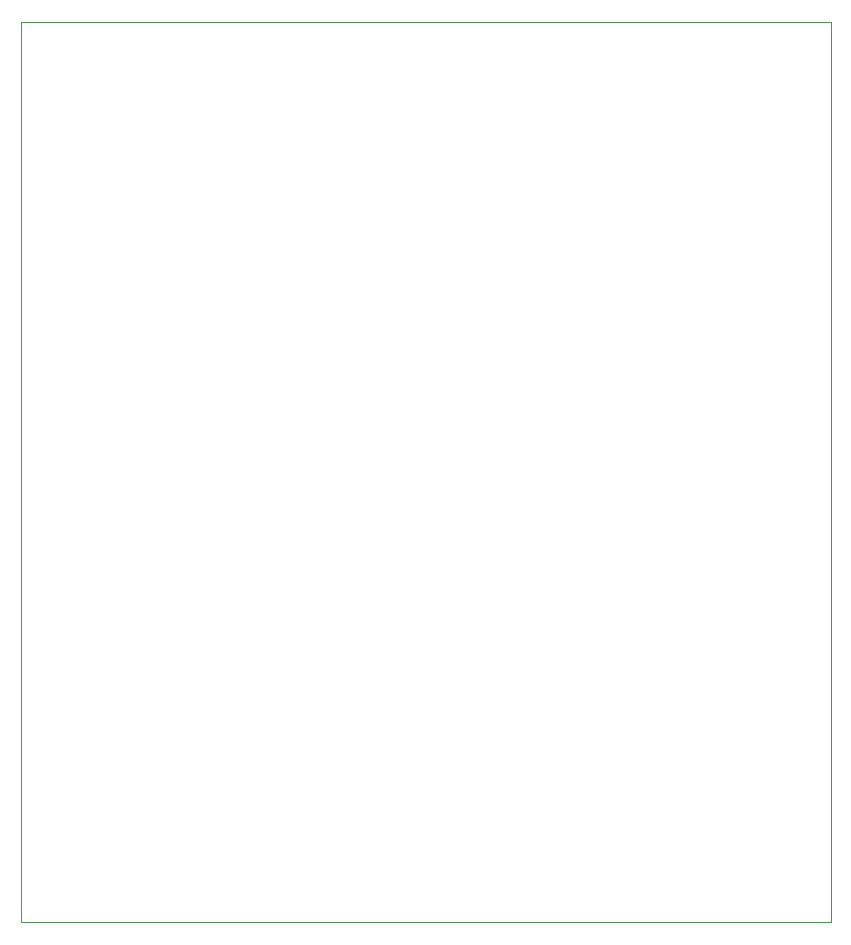
<source format=gm1>
G04 #@! TF.GenerationSoftware,KiCad,Pcbnew,6.0.4-6f826c9f35~116~ubuntu18.04.1*
G04 #@! TF.CreationDate,2023-06-15T12:53:14+01:00*
G04 #@! TF.ProjectId,sbc09_debugger,73626330-395f-4646-9562-75676765722e,rev?*
G04 #@! TF.SameCoordinates,Original*
G04 #@! TF.FileFunction,Profile,NP*
%FSLAX46Y46*%
G04 Gerber Fmt 4.6, Leading zero omitted, Abs format (unit mm)*
G04 Created by KiCad (PCBNEW 6.0.4-6f826c9f35~116~ubuntu18.04.1) date 2023-06-15 12:53:14*
%MOMM*%
%LPD*%
G01*
G04 APERTURE LIST*
G04 #@! TA.AperFunction,Profile*
%ADD10C,0.050000*%
G04 #@! TD*
G04 APERTURE END LIST*
D10*
X121920000Y-63500000D02*
X190500000Y-63500000D01*
X190500000Y-63500000D02*
X190500000Y-139700000D01*
X190500000Y-139700000D02*
X121920000Y-139700000D01*
X121920000Y-139700000D02*
X121920000Y-63500000D01*
M02*

</source>
